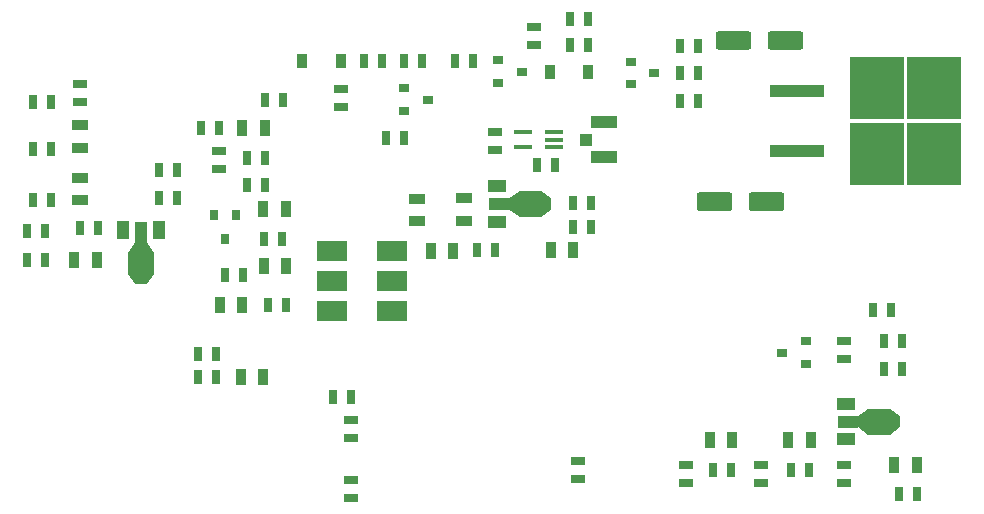
<source format=gbr>
G04 #@! TF.GenerationSoftware,KiCad,Pcbnew,5.1.10-88a1d61d58~90~ubuntu20.04.1*
G04 #@! TF.CreationDate,2021-09-05T16:54:04+01:00*
G04 #@! TF.ProjectId,hl2_6xvtr,686c325f-3678-4767-9472-2e6b69636164,1*
G04 #@! TF.SameCoordinates,PX3dfd240PY3473bc0*
G04 #@! TF.FileFunction,Paste,Top*
G04 #@! TF.FilePolarity,Positive*
%FSLAX46Y46*%
G04 Gerber Fmt 4.6, Leading zero omitted, Abs format (unit mm)*
G04 Created by KiCad (PCBNEW 5.1.10-88a1d61d58~90~ubuntu20.04.1) date 2021-09-05 16:54:04*
%MOMM*%
%LPD*%
G01*
G04 APERTURE LIST*
%ADD10C,0.100000*%
%ADD11R,1.500000X1.000000*%
%ADD12R,1.800000X1.000000*%
%ADD13R,1.840000X2.200000*%
%ADD14R,1.000000X1.500000*%
%ADD15R,1.000000X1.800000*%
%ADD16R,2.200000X1.840000*%
%ADD17R,1.500000X0.400000*%
%ADD18R,1.397000X0.889000*%
%ADD19R,0.889000X1.397000*%
%ADD20R,0.635000X1.143000*%
%ADD21R,2.540000X1.651000*%
%ADD22R,1.143000X0.635000*%
%ADD23R,2.200000X1.050000*%
%ADD24R,1.050000X1.000000*%
%ADD25R,4.550000X5.250000*%
%ADD26R,4.600000X1.100000*%
%ADD27R,0.800000X0.900000*%
%ADD28R,0.900000X0.800000*%
%ADD29R,0.900000X1.200000*%
G04 APERTURE END LIST*
D10*
G36*
X60940000Y-16163000D02*
G01*
X61790000Y-16763000D01*
X61790000Y-17763000D01*
X60940000Y-18363000D01*
X60940000Y-16163000D01*
G37*
D11*
X57218000Y-15763000D03*
D12*
X57364500Y-17263000D03*
D11*
X57218000Y-18763000D03*
D13*
X60031500Y-17263000D03*
D10*
G36*
X59121800Y-18363000D02*
G01*
X58121800Y-17663000D01*
X58121800Y-16863000D01*
X59121800Y-16163000D01*
X59121800Y-18363000D01*
G37*
G36*
X90467500Y-34578000D02*
G01*
X91317500Y-35178000D01*
X91317500Y-36178000D01*
X90467500Y-36778000D01*
X90467500Y-34578000D01*
G37*
D11*
X86745500Y-34178000D03*
D12*
X86892000Y-35678000D03*
D11*
X86745500Y-37178000D03*
D13*
X89559000Y-35678000D03*
D10*
G36*
X88649300Y-36778000D02*
G01*
X87649300Y-36078000D01*
X87649300Y-35278000D01*
X88649300Y-34578000D01*
X88649300Y-36778000D01*
G37*
G36*
X28175000Y-23188000D02*
G01*
X27575000Y-24038000D01*
X26575000Y-24038000D01*
X25975000Y-23188000D01*
X28175000Y-23188000D01*
G37*
D14*
X28575000Y-19466000D03*
D15*
X27075000Y-19612500D03*
D14*
X25575000Y-19466000D03*
D16*
X27075000Y-22279500D03*
D10*
G36*
X25975000Y-21369800D02*
G01*
X26675000Y-20369800D01*
X27475000Y-20369800D01*
X28175000Y-21369800D01*
X25975000Y-21369800D01*
G37*
D17*
X59400000Y-12452000D03*
X59400000Y-11152000D03*
X62060000Y-11152000D03*
X62060000Y-11802000D03*
X62060000Y-12452000D03*
D18*
X50443000Y-16818500D03*
X50443000Y-18723500D03*
D19*
X53491000Y-21200000D03*
X51586000Y-21200000D03*
D18*
X54380000Y-16755000D03*
X54380000Y-18660000D03*
D20*
X90524200Y-26203800D03*
X89000200Y-26203800D03*
X60603000Y-13961000D03*
X62127000Y-13961000D03*
G36*
G01*
X77114400Y-16509800D02*
X77114400Y-17609800D01*
G75*
G02*
X76864400Y-17859800I-250000J0D01*
G01*
X74364400Y-17859800D01*
G75*
G02*
X74114400Y-17609800I0J250000D01*
G01*
X74114400Y-16509800D01*
G75*
G02*
X74364400Y-16259800I250000J0D01*
G01*
X76864400Y-16259800D01*
G75*
G02*
X77114400Y-16509800I0J-250000D01*
G01*
G37*
G36*
G01*
X81514400Y-16509800D02*
X81514400Y-17609800D01*
G75*
G02*
X81264400Y-17859800I-250000J0D01*
G01*
X78764400Y-17859800D01*
G75*
G02*
X78514400Y-17609800I0J250000D01*
G01*
X78514400Y-16509800D01*
G75*
G02*
X78764400Y-16259800I250000J0D01*
G01*
X81264400Y-16259800D01*
G75*
G02*
X81514400Y-16509800I0J-250000D01*
G01*
G37*
G36*
G01*
X78724400Y-2870000D02*
X78724400Y-3970000D01*
G75*
G02*
X78474400Y-4220000I-250000J0D01*
G01*
X75974400Y-4220000D01*
G75*
G02*
X75724400Y-3970000I0J250000D01*
G01*
X75724400Y-2870000D01*
G75*
G02*
X75974400Y-2620000I250000J0D01*
G01*
X78474400Y-2620000D01*
G75*
G02*
X78724400Y-2870000I0J-250000D01*
G01*
G37*
G36*
G01*
X83124400Y-2870000D02*
X83124400Y-3970000D01*
G75*
G02*
X82874400Y-4220000I-250000J0D01*
G01*
X80374400Y-4220000D01*
G75*
G02*
X80124400Y-3970000I0J250000D01*
G01*
X80124400Y-2870000D01*
G75*
G02*
X80374400Y-2620000I250000J0D01*
G01*
X82874400Y-2620000D01*
G75*
G02*
X83124400Y-2870000I0J-250000D01*
G01*
G37*
D21*
X43204000Y-21200000D03*
X43204000Y-23740000D03*
X43204000Y-26280000D03*
X48284000Y-21200000D03*
X48284000Y-23740000D03*
X48284000Y-26280000D03*
D20*
X31875600Y-29988400D03*
X33399600Y-29988400D03*
X89940000Y-28883500D03*
X91464000Y-28883500D03*
D22*
X44829600Y-37049600D03*
X44829600Y-35525600D03*
D20*
X74217400Y-3877200D03*
X72693400Y-3877200D03*
X64946400Y-1616600D03*
X63422400Y-1616600D03*
X34136200Y-23257400D03*
X35660200Y-23257400D03*
D22*
X60349000Y-3826400D03*
X60349000Y-2302400D03*
D20*
X36066600Y-15637400D03*
X37590600Y-15637400D03*
X28599000Y-14342000D03*
X30123000Y-14342000D03*
X53668800Y-5121800D03*
X55192800Y-5121800D03*
X47801400Y-11675000D03*
X49325400Y-11675000D03*
X45947200Y-5121800D03*
X47471200Y-5121800D03*
X49350800Y-5121800D03*
X50874800Y-5121800D03*
X17423000Y-19549000D03*
X18947000Y-19549000D03*
D22*
X64032000Y-40504000D03*
X64032000Y-38980000D03*
X73176000Y-39361000D03*
X73176000Y-40885000D03*
D20*
X76986000Y-39805500D03*
X75462000Y-39805500D03*
X82129500Y-39805500D03*
X83653500Y-39805500D03*
D22*
X86574500Y-39361000D03*
X86574500Y-40885000D03*
D20*
X92734000Y-41837500D03*
X91210000Y-41837500D03*
X31875600Y-31944200D03*
X33399600Y-31944200D03*
D22*
X86574500Y-28883500D03*
X86574500Y-30407500D03*
D20*
X44855000Y-33595200D03*
X43331000Y-33595200D03*
X91464000Y-31233000D03*
X89940000Y-31233000D03*
D22*
X44829600Y-42155000D03*
X44829600Y-40631000D03*
D20*
X72693400Y-6163200D03*
X74217400Y-6163200D03*
X64921000Y-3775600D03*
X63397000Y-3775600D03*
X65175000Y-19168000D03*
X63651000Y-19168000D03*
X37844600Y-25772000D03*
X39368600Y-25772000D03*
X72668000Y-8550800D03*
X74192000Y-8550800D03*
X37489000Y-20184000D03*
X39013000Y-20184000D03*
X30123000Y-16755000D03*
X28599000Y-16755000D03*
D22*
X43966000Y-7484000D03*
X43966000Y-9008000D03*
D20*
X55523000Y-21149200D03*
X57047000Y-21149200D03*
X37565200Y-8474600D03*
X39089200Y-8474600D03*
X18947000Y-21962000D03*
X17423000Y-21962000D03*
D22*
X33679000Y-12792600D03*
X33679000Y-14316600D03*
D20*
X21868000Y-19295000D03*
X23392000Y-19295000D03*
X65175000Y-17136000D03*
X63651000Y-17136000D03*
X17931000Y-16882000D03*
X19455000Y-16882000D03*
D22*
X57047000Y-11167000D03*
X57047000Y-12691000D03*
D20*
X17931000Y-12564000D03*
X19455000Y-12564000D03*
X17931000Y-8627000D03*
X19455000Y-8627000D03*
D22*
X21868000Y-7103000D03*
X21868000Y-8627000D03*
D19*
X33742500Y-25772000D03*
X35647500Y-25772000D03*
D23*
X66285000Y-10327000D03*
D24*
X64760000Y-11802000D03*
D23*
X66285000Y-13277000D03*
D25*
X89356500Y-12989500D03*
X94206500Y-7439500D03*
X89356500Y-7439500D03*
X94206500Y-12989500D03*
D26*
X82631500Y-12754500D03*
X82631500Y-7674500D03*
D19*
X75208000Y-37265500D03*
X77113000Y-37265500D03*
X81875500Y-37265500D03*
X83780500Y-37265500D03*
X90829000Y-39361000D03*
X92734000Y-39361000D03*
X35520500Y-31931500D03*
X37425500Y-31931500D03*
X39355900Y-22495400D03*
X37450900Y-22495400D03*
X39330500Y-17644000D03*
X37425500Y-17644000D03*
X37552500Y-10836800D03*
X35647500Y-10836800D03*
X23328500Y-21962000D03*
X21423500Y-21962000D03*
D18*
X21868000Y-16945500D03*
X21868000Y-15040500D03*
X21868000Y-12500500D03*
X21868000Y-10595500D03*
D19*
X61746000Y-21149200D03*
X63651000Y-21149200D03*
D27*
X33237000Y-18184000D03*
X34187000Y-20184000D03*
X35137000Y-18184000D03*
D28*
X83336000Y-28886000D03*
X81336000Y-29836000D03*
X83336000Y-30786000D03*
D22*
X79589500Y-40885000D03*
X79589500Y-39361000D03*
D20*
X36041200Y-13351400D03*
X37565200Y-13351400D03*
X33679000Y-10836800D03*
X32155000Y-10836800D03*
D28*
X70531100Y-6163200D03*
X68531100Y-7113200D03*
X68531100Y-5213200D03*
X59291600Y-6061600D03*
X57291600Y-7011600D03*
X57291600Y-5111600D03*
X51341400Y-8423800D03*
X49341400Y-9373800D03*
X49341400Y-7473800D03*
D29*
X61645400Y-6087000D03*
X64945400Y-6087000D03*
X43964000Y-5134500D03*
X40664000Y-5134500D03*
M02*

</source>
